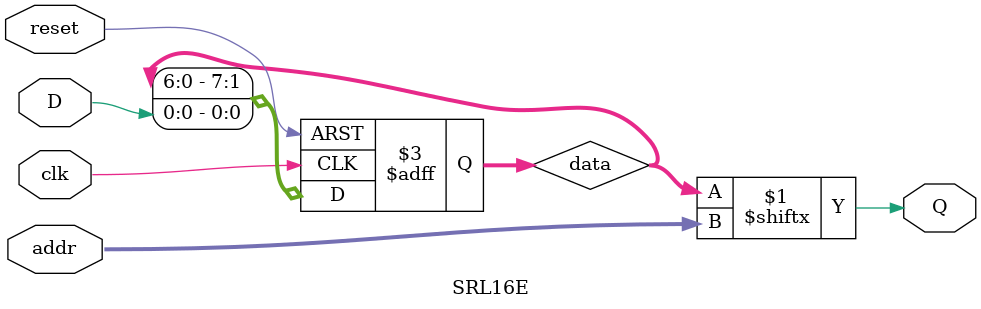
<source format=v>


module SRL16E (
    input       clk  ,  // clock
    input       reset,  // reset
    input [1:0] addr,   // address
    input       D,      // data in
    output      Q
    );                  // data out

//-----------------------------------------------------------------------------------------------------//
//                                      parameter definition                                           //
//-----------------------------------------------------------------------------------------------------//


//-----------------------------------------------------------------------------------------------------//
//                                      reg/wire definition                                            //
//-----------------------------------------------------------------------------------------------------//
reg  [7:0] data;        // data reg



//-----------------------------------------------------------------------------------------------------//
//                                      statement                                                      //
//-----------------------------------------------------------------------------------------------------//
assign Q = data[addr];  // output data bit

always @(posedge clk or posedge reset) begin
  if(reset) 
    data <= 8'h0;
  else 
    data <= {data[6:0], D};
end

endmodule
//Êý¾Ý½ÓÊÕ
</source>
